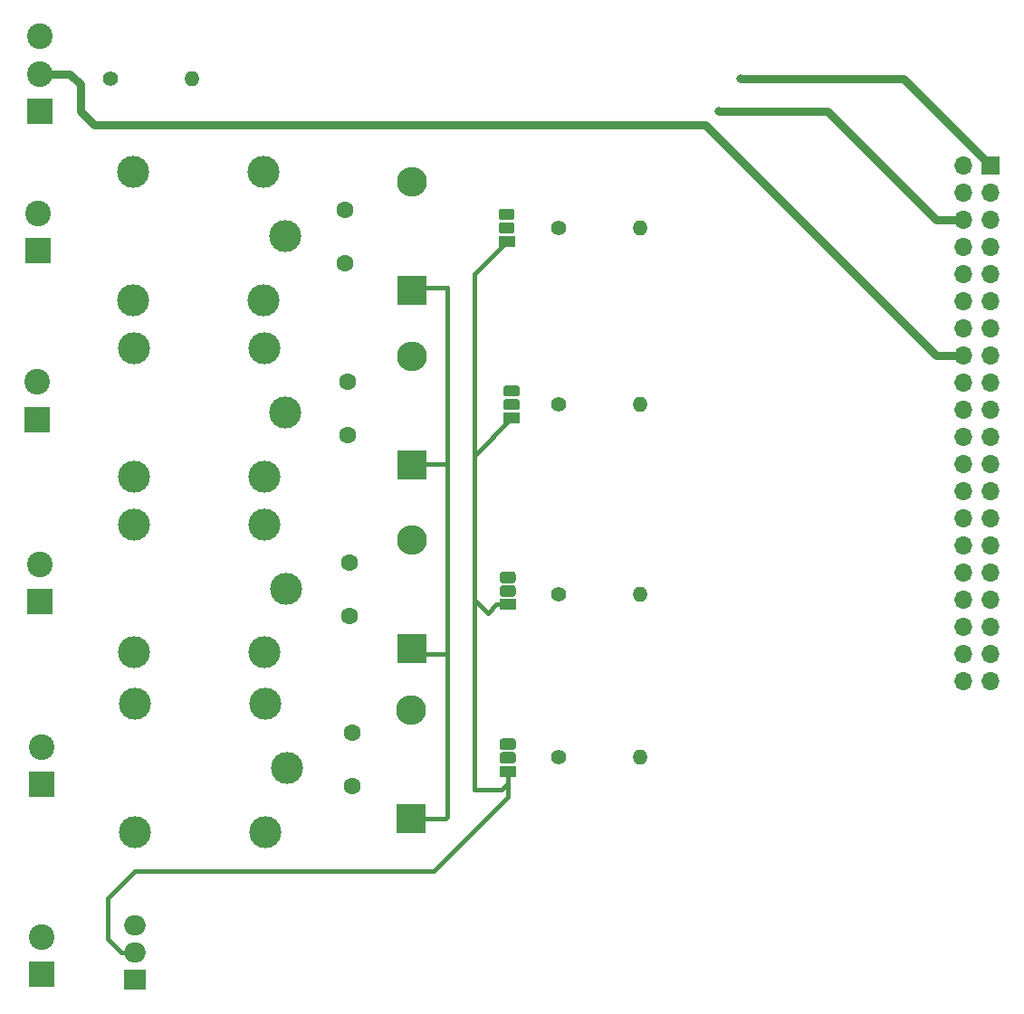
<source format=gbr>
G04 #@! TF.GenerationSoftware,KiCad,Pcbnew,(5.1.5)-3*
G04 #@! TF.CreationDate,2020-05-30T00:12:56+02:00*
G04 #@! TF.ProjectId,BOTLAND-1-INTELIGENTNY-DOM,424f544c-414e-4442-9d31-2d494e54454c,rev?*
G04 #@! TF.SameCoordinates,Original*
G04 #@! TF.FileFunction,Copper,L1,Top*
G04 #@! TF.FilePolarity,Positive*
%FSLAX46Y46*%
G04 Gerber Fmt 4.6, Leading zero omitted, Abs format (unit mm)*
G04 Created by KiCad (PCBNEW (5.1.5)-3) date 2020-05-30 00:12:56*
%MOMM*%
%LPD*%
G04 APERTURE LIST*
%ADD10C,1.400000*%
%ADD11O,1.400000X1.400000*%
%ADD12C,2.400000*%
%ADD13R,2.400000X2.400000*%
%ADD14O,2.000000X1.905000*%
%ADD15R,2.000000X1.905000*%
%ADD16O,1.700000X1.700000*%
%ADD17R,1.700000X1.700000*%
%ADD18C,0.100000*%
%ADD19R,1.500000X1.050000*%
%ADD20R,2.800000X2.800000*%
%ADD21O,2.800000X2.800000*%
%ADD22C,1.600000*%
%ADD23C,3.000000*%
%ADD24C,0.800000*%
%ADD25C,0.400000*%
%ADD26C,0.750000*%
G04 APERTURE END LIST*
D10*
X34584640Y-66822320D03*
D11*
X42204640Y-66822320D03*
D12*
X27940000Y-62850000D03*
X27940000Y-66350000D03*
D13*
X27940000Y-69850000D03*
D12*
X28102560Y-147157560D03*
D13*
X28102560Y-150657560D03*
D14*
X36830000Y-146050000D03*
X36830000Y-148590000D03*
D15*
X36830000Y-151130000D03*
D16*
X114300000Y-123190000D03*
X116840000Y-123190000D03*
X114300000Y-120650000D03*
X116840000Y-120650000D03*
X114300000Y-118110000D03*
X116840000Y-118110000D03*
X114300000Y-115570000D03*
X116840000Y-115570000D03*
X114300000Y-113030000D03*
X116840000Y-113030000D03*
X114300000Y-110490000D03*
X116840000Y-110490000D03*
X114300000Y-107950000D03*
X116840000Y-107950000D03*
X114300000Y-105410000D03*
X116840000Y-105410000D03*
X114300000Y-102870000D03*
X116840000Y-102870000D03*
X114300000Y-100330000D03*
X116840000Y-100330000D03*
X114300000Y-97790000D03*
X116840000Y-97790000D03*
X114300000Y-95250000D03*
X116840000Y-95250000D03*
X114300000Y-92710000D03*
X116840000Y-92710000D03*
X114300000Y-90170000D03*
X116840000Y-90170000D03*
X114300000Y-87630000D03*
X116840000Y-87630000D03*
X114300000Y-85090000D03*
X116840000Y-85090000D03*
X114300000Y-82550000D03*
X116840000Y-82550000D03*
X114300000Y-80010000D03*
X116840000Y-80010000D03*
X114300000Y-77470000D03*
X116840000Y-77470000D03*
X114300000Y-74930000D03*
D17*
X116840000Y-74930000D03*
D10*
X76494640Y-130322320D03*
D11*
X84114640Y-130322320D03*
D10*
X76494640Y-115082320D03*
D11*
X84114640Y-115082320D03*
D10*
X76494640Y-97302320D03*
D11*
X84114640Y-97302320D03*
X84114640Y-80792320D03*
D10*
X76494640Y-80792320D03*
G04 #@! TA.AperFunction,ComponentPad*
D18*
G36*
X72222509Y-129834144D02*
G01*
X72247991Y-129837924D01*
X72272980Y-129844183D01*
X72297234Y-129852862D01*
X72320522Y-129863876D01*
X72342617Y-129877119D01*
X72363308Y-129892465D01*
X72382396Y-129909764D01*
X72399695Y-129928852D01*
X72415041Y-129949543D01*
X72428284Y-129971638D01*
X72439298Y-129994926D01*
X72447977Y-130019180D01*
X72454236Y-130044169D01*
X72458016Y-130069651D01*
X72459280Y-130095380D01*
X72459280Y-130620380D01*
X72458016Y-130646109D01*
X72454236Y-130671591D01*
X72447977Y-130696580D01*
X72439298Y-130720834D01*
X72428284Y-130744122D01*
X72415041Y-130766217D01*
X72399695Y-130786908D01*
X72382396Y-130805996D01*
X72363308Y-130823295D01*
X72342617Y-130838641D01*
X72320522Y-130851884D01*
X72297234Y-130862898D01*
X72272980Y-130871577D01*
X72247991Y-130877836D01*
X72222509Y-130881616D01*
X72196780Y-130882880D01*
X71221780Y-130882880D01*
X71196051Y-130881616D01*
X71170569Y-130877836D01*
X71145580Y-130871577D01*
X71121326Y-130862898D01*
X71098038Y-130851884D01*
X71075943Y-130838641D01*
X71055252Y-130823295D01*
X71036164Y-130805996D01*
X71018865Y-130786908D01*
X71003519Y-130766217D01*
X70990276Y-130744122D01*
X70979262Y-130720834D01*
X70970583Y-130696580D01*
X70964324Y-130671591D01*
X70960544Y-130646109D01*
X70959280Y-130620380D01*
X70959280Y-130095380D01*
X70960544Y-130069651D01*
X70964324Y-130044169D01*
X70970583Y-130019180D01*
X70979262Y-129994926D01*
X70990276Y-129971638D01*
X71003519Y-129949543D01*
X71018865Y-129928852D01*
X71036164Y-129909764D01*
X71055252Y-129892465D01*
X71075943Y-129877119D01*
X71098038Y-129863876D01*
X71121326Y-129852862D01*
X71145580Y-129844183D01*
X71170569Y-129837924D01*
X71196051Y-129834144D01*
X71221780Y-129832880D01*
X72196780Y-129832880D01*
X72222509Y-129834144D01*
G37*
G04 #@! TD.AperFunction*
G04 #@! TA.AperFunction,ComponentPad*
G36*
X72222509Y-128564144D02*
G01*
X72247991Y-128567924D01*
X72272980Y-128574183D01*
X72297234Y-128582862D01*
X72320522Y-128593876D01*
X72342617Y-128607119D01*
X72363308Y-128622465D01*
X72382396Y-128639764D01*
X72399695Y-128658852D01*
X72415041Y-128679543D01*
X72428284Y-128701638D01*
X72439298Y-128724926D01*
X72447977Y-128749180D01*
X72454236Y-128774169D01*
X72458016Y-128799651D01*
X72459280Y-128825380D01*
X72459280Y-129350380D01*
X72458016Y-129376109D01*
X72454236Y-129401591D01*
X72447977Y-129426580D01*
X72439298Y-129450834D01*
X72428284Y-129474122D01*
X72415041Y-129496217D01*
X72399695Y-129516908D01*
X72382396Y-129535996D01*
X72363308Y-129553295D01*
X72342617Y-129568641D01*
X72320522Y-129581884D01*
X72297234Y-129592898D01*
X72272980Y-129601577D01*
X72247991Y-129607836D01*
X72222509Y-129611616D01*
X72196780Y-129612880D01*
X71221780Y-129612880D01*
X71196051Y-129611616D01*
X71170569Y-129607836D01*
X71145580Y-129601577D01*
X71121326Y-129592898D01*
X71098038Y-129581884D01*
X71075943Y-129568641D01*
X71055252Y-129553295D01*
X71036164Y-129535996D01*
X71018865Y-129516908D01*
X71003519Y-129496217D01*
X70990276Y-129474122D01*
X70979262Y-129450834D01*
X70970583Y-129426580D01*
X70964324Y-129401591D01*
X70960544Y-129376109D01*
X70959280Y-129350380D01*
X70959280Y-128825380D01*
X70960544Y-128799651D01*
X70964324Y-128774169D01*
X70970583Y-128749180D01*
X70979262Y-128724926D01*
X70990276Y-128701638D01*
X71003519Y-128679543D01*
X71018865Y-128658852D01*
X71036164Y-128639764D01*
X71055252Y-128622465D01*
X71075943Y-128607119D01*
X71098038Y-128593876D01*
X71121326Y-128582862D01*
X71145580Y-128574183D01*
X71170569Y-128567924D01*
X71196051Y-128564144D01*
X71221780Y-128562880D01*
X72196780Y-128562880D01*
X72222509Y-128564144D01*
G37*
G04 #@! TD.AperFunction*
D19*
X71709280Y-131627880D03*
G04 #@! TA.AperFunction,ComponentPad*
D18*
G36*
X72222509Y-114228384D02*
G01*
X72247991Y-114232164D01*
X72272980Y-114238423D01*
X72297234Y-114247102D01*
X72320522Y-114258116D01*
X72342617Y-114271359D01*
X72363308Y-114286705D01*
X72382396Y-114304004D01*
X72399695Y-114323092D01*
X72415041Y-114343783D01*
X72428284Y-114365878D01*
X72439298Y-114389166D01*
X72447977Y-114413420D01*
X72454236Y-114438409D01*
X72458016Y-114463891D01*
X72459280Y-114489620D01*
X72459280Y-115014620D01*
X72458016Y-115040349D01*
X72454236Y-115065831D01*
X72447977Y-115090820D01*
X72439298Y-115115074D01*
X72428284Y-115138362D01*
X72415041Y-115160457D01*
X72399695Y-115181148D01*
X72382396Y-115200236D01*
X72363308Y-115217535D01*
X72342617Y-115232881D01*
X72320522Y-115246124D01*
X72297234Y-115257138D01*
X72272980Y-115265817D01*
X72247991Y-115272076D01*
X72222509Y-115275856D01*
X72196780Y-115277120D01*
X71221780Y-115277120D01*
X71196051Y-115275856D01*
X71170569Y-115272076D01*
X71145580Y-115265817D01*
X71121326Y-115257138D01*
X71098038Y-115246124D01*
X71075943Y-115232881D01*
X71055252Y-115217535D01*
X71036164Y-115200236D01*
X71018865Y-115181148D01*
X71003519Y-115160457D01*
X70990276Y-115138362D01*
X70979262Y-115115074D01*
X70970583Y-115090820D01*
X70964324Y-115065831D01*
X70960544Y-115040349D01*
X70959280Y-115014620D01*
X70959280Y-114489620D01*
X70960544Y-114463891D01*
X70964324Y-114438409D01*
X70970583Y-114413420D01*
X70979262Y-114389166D01*
X70990276Y-114365878D01*
X71003519Y-114343783D01*
X71018865Y-114323092D01*
X71036164Y-114304004D01*
X71055252Y-114286705D01*
X71075943Y-114271359D01*
X71098038Y-114258116D01*
X71121326Y-114247102D01*
X71145580Y-114238423D01*
X71170569Y-114232164D01*
X71196051Y-114228384D01*
X71221780Y-114227120D01*
X72196780Y-114227120D01*
X72222509Y-114228384D01*
G37*
G04 #@! TD.AperFunction*
G04 #@! TA.AperFunction,ComponentPad*
G36*
X72222509Y-112958384D02*
G01*
X72247991Y-112962164D01*
X72272980Y-112968423D01*
X72297234Y-112977102D01*
X72320522Y-112988116D01*
X72342617Y-113001359D01*
X72363308Y-113016705D01*
X72382396Y-113034004D01*
X72399695Y-113053092D01*
X72415041Y-113073783D01*
X72428284Y-113095878D01*
X72439298Y-113119166D01*
X72447977Y-113143420D01*
X72454236Y-113168409D01*
X72458016Y-113193891D01*
X72459280Y-113219620D01*
X72459280Y-113744620D01*
X72458016Y-113770349D01*
X72454236Y-113795831D01*
X72447977Y-113820820D01*
X72439298Y-113845074D01*
X72428284Y-113868362D01*
X72415041Y-113890457D01*
X72399695Y-113911148D01*
X72382396Y-113930236D01*
X72363308Y-113947535D01*
X72342617Y-113962881D01*
X72320522Y-113976124D01*
X72297234Y-113987138D01*
X72272980Y-113995817D01*
X72247991Y-114002076D01*
X72222509Y-114005856D01*
X72196780Y-114007120D01*
X71221780Y-114007120D01*
X71196051Y-114005856D01*
X71170569Y-114002076D01*
X71145580Y-113995817D01*
X71121326Y-113987138D01*
X71098038Y-113976124D01*
X71075943Y-113962881D01*
X71055252Y-113947535D01*
X71036164Y-113930236D01*
X71018865Y-113911148D01*
X71003519Y-113890457D01*
X70990276Y-113868362D01*
X70979262Y-113845074D01*
X70970583Y-113820820D01*
X70964324Y-113795831D01*
X70960544Y-113770349D01*
X70959280Y-113744620D01*
X70959280Y-113219620D01*
X70960544Y-113193891D01*
X70964324Y-113168409D01*
X70970583Y-113143420D01*
X70979262Y-113119166D01*
X70990276Y-113095878D01*
X71003519Y-113073783D01*
X71018865Y-113053092D01*
X71036164Y-113034004D01*
X71055252Y-113016705D01*
X71075943Y-113001359D01*
X71098038Y-112988116D01*
X71121326Y-112977102D01*
X71145580Y-112968423D01*
X71170569Y-112962164D01*
X71196051Y-112958384D01*
X71221780Y-112957120D01*
X72196780Y-112957120D01*
X72222509Y-112958384D01*
G37*
G04 #@! TD.AperFunction*
D19*
X71709280Y-116022120D03*
G04 #@! TA.AperFunction,ComponentPad*
D18*
G36*
X72588269Y-96778584D02*
G01*
X72613751Y-96782364D01*
X72638740Y-96788623D01*
X72662994Y-96797302D01*
X72686282Y-96808316D01*
X72708377Y-96821559D01*
X72729068Y-96836905D01*
X72748156Y-96854204D01*
X72765455Y-96873292D01*
X72780801Y-96893983D01*
X72794044Y-96916078D01*
X72805058Y-96939366D01*
X72813737Y-96963620D01*
X72819996Y-96988609D01*
X72823776Y-97014091D01*
X72825040Y-97039820D01*
X72825040Y-97564820D01*
X72823776Y-97590549D01*
X72819996Y-97616031D01*
X72813737Y-97641020D01*
X72805058Y-97665274D01*
X72794044Y-97688562D01*
X72780801Y-97710657D01*
X72765455Y-97731348D01*
X72748156Y-97750436D01*
X72729068Y-97767735D01*
X72708377Y-97783081D01*
X72686282Y-97796324D01*
X72662994Y-97807338D01*
X72638740Y-97816017D01*
X72613751Y-97822276D01*
X72588269Y-97826056D01*
X72562540Y-97827320D01*
X71587540Y-97827320D01*
X71561811Y-97826056D01*
X71536329Y-97822276D01*
X71511340Y-97816017D01*
X71487086Y-97807338D01*
X71463798Y-97796324D01*
X71441703Y-97783081D01*
X71421012Y-97767735D01*
X71401924Y-97750436D01*
X71384625Y-97731348D01*
X71369279Y-97710657D01*
X71356036Y-97688562D01*
X71345022Y-97665274D01*
X71336343Y-97641020D01*
X71330084Y-97616031D01*
X71326304Y-97590549D01*
X71325040Y-97564820D01*
X71325040Y-97039820D01*
X71326304Y-97014091D01*
X71330084Y-96988609D01*
X71336343Y-96963620D01*
X71345022Y-96939366D01*
X71356036Y-96916078D01*
X71369279Y-96893983D01*
X71384625Y-96873292D01*
X71401924Y-96854204D01*
X71421012Y-96836905D01*
X71441703Y-96821559D01*
X71463798Y-96808316D01*
X71487086Y-96797302D01*
X71511340Y-96788623D01*
X71536329Y-96782364D01*
X71561811Y-96778584D01*
X71587540Y-96777320D01*
X72562540Y-96777320D01*
X72588269Y-96778584D01*
G37*
G04 #@! TD.AperFunction*
G04 #@! TA.AperFunction,ComponentPad*
G36*
X72588269Y-95508584D02*
G01*
X72613751Y-95512364D01*
X72638740Y-95518623D01*
X72662994Y-95527302D01*
X72686282Y-95538316D01*
X72708377Y-95551559D01*
X72729068Y-95566905D01*
X72748156Y-95584204D01*
X72765455Y-95603292D01*
X72780801Y-95623983D01*
X72794044Y-95646078D01*
X72805058Y-95669366D01*
X72813737Y-95693620D01*
X72819996Y-95718609D01*
X72823776Y-95744091D01*
X72825040Y-95769820D01*
X72825040Y-96294820D01*
X72823776Y-96320549D01*
X72819996Y-96346031D01*
X72813737Y-96371020D01*
X72805058Y-96395274D01*
X72794044Y-96418562D01*
X72780801Y-96440657D01*
X72765455Y-96461348D01*
X72748156Y-96480436D01*
X72729068Y-96497735D01*
X72708377Y-96513081D01*
X72686282Y-96526324D01*
X72662994Y-96537338D01*
X72638740Y-96546017D01*
X72613751Y-96552276D01*
X72588269Y-96556056D01*
X72562540Y-96557320D01*
X71587540Y-96557320D01*
X71561811Y-96556056D01*
X71536329Y-96552276D01*
X71511340Y-96546017D01*
X71487086Y-96537338D01*
X71463798Y-96526324D01*
X71441703Y-96513081D01*
X71421012Y-96497735D01*
X71401924Y-96480436D01*
X71384625Y-96461348D01*
X71369279Y-96440657D01*
X71356036Y-96418562D01*
X71345022Y-96395274D01*
X71336343Y-96371020D01*
X71330084Y-96346031D01*
X71326304Y-96320549D01*
X71325040Y-96294820D01*
X71325040Y-95769820D01*
X71326304Y-95744091D01*
X71330084Y-95718609D01*
X71336343Y-95693620D01*
X71345022Y-95669366D01*
X71356036Y-95646078D01*
X71369279Y-95623983D01*
X71384625Y-95603292D01*
X71401924Y-95584204D01*
X71421012Y-95566905D01*
X71441703Y-95551559D01*
X71463798Y-95538316D01*
X71487086Y-95527302D01*
X71511340Y-95518623D01*
X71536329Y-95512364D01*
X71561811Y-95508584D01*
X71587540Y-95507320D01*
X72562540Y-95507320D01*
X72588269Y-95508584D01*
G37*
G04 #@! TD.AperFunction*
D19*
X72075040Y-98572320D03*
X71602600Y-82036920D03*
G04 #@! TA.AperFunction,ComponentPad*
D18*
G36*
X72115829Y-78973184D02*
G01*
X72141311Y-78976964D01*
X72166300Y-78983223D01*
X72190554Y-78991902D01*
X72213842Y-79002916D01*
X72235937Y-79016159D01*
X72256628Y-79031505D01*
X72275716Y-79048804D01*
X72293015Y-79067892D01*
X72308361Y-79088583D01*
X72321604Y-79110678D01*
X72332618Y-79133966D01*
X72341297Y-79158220D01*
X72347556Y-79183209D01*
X72351336Y-79208691D01*
X72352600Y-79234420D01*
X72352600Y-79759420D01*
X72351336Y-79785149D01*
X72347556Y-79810631D01*
X72341297Y-79835620D01*
X72332618Y-79859874D01*
X72321604Y-79883162D01*
X72308361Y-79905257D01*
X72293015Y-79925948D01*
X72275716Y-79945036D01*
X72256628Y-79962335D01*
X72235937Y-79977681D01*
X72213842Y-79990924D01*
X72190554Y-80001938D01*
X72166300Y-80010617D01*
X72141311Y-80016876D01*
X72115829Y-80020656D01*
X72090100Y-80021920D01*
X71115100Y-80021920D01*
X71089371Y-80020656D01*
X71063889Y-80016876D01*
X71038900Y-80010617D01*
X71014646Y-80001938D01*
X70991358Y-79990924D01*
X70969263Y-79977681D01*
X70948572Y-79962335D01*
X70929484Y-79945036D01*
X70912185Y-79925948D01*
X70896839Y-79905257D01*
X70883596Y-79883162D01*
X70872582Y-79859874D01*
X70863903Y-79835620D01*
X70857644Y-79810631D01*
X70853864Y-79785149D01*
X70852600Y-79759420D01*
X70852600Y-79234420D01*
X70853864Y-79208691D01*
X70857644Y-79183209D01*
X70863903Y-79158220D01*
X70872582Y-79133966D01*
X70883596Y-79110678D01*
X70896839Y-79088583D01*
X70912185Y-79067892D01*
X70929484Y-79048804D01*
X70948572Y-79031505D01*
X70969263Y-79016159D01*
X70991358Y-79002916D01*
X71014646Y-78991902D01*
X71038900Y-78983223D01*
X71063889Y-78976964D01*
X71089371Y-78973184D01*
X71115100Y-78971920D01*
X72090100Y-78971920D01*
X72115829Y-78973184D01*
G37*
G04 #@! TD.AperFunction*
G04 #@! TA.AperFunction,ComponentPad*
G36*
X72115829Y-80243184D02*
G01*
X72141311Y-80246964D01*
X72166300Y-80253223D01*
X72190554Y-80261902D01*
X72213842Y-80272916D01*
X72235937Y-80286159D01*
X72256628Y-80301505D01*
X72275716Y-80318804D01*
X72293015Y-80337892D01*
X72308361Y-80358583D01*
X72321604Y-80380678D01*
X72332618Y-80403966D01*
X72341297Y-80428220D01*
X72347556Y-80453209D01*
X72351336Y-80478691D01*
X72352600Y-80504420D01*
X72352600Y-81029420D01*
X72351336Y-81055149D01*
X72347556Y-81080631D01*
X72341297Y-81105620D01*
X72332618Y-81129874D01*
X72321604Y-81153162D01*
X72308361Y-81175257D01*
X72293015Y-81195948D01*
X72275716Y-81215036D01*
X72256628Y-81232335D01*
X72235937Y-81247681D01*
X72213842Y-81260924D01*
X72190554Y-81271938D01*
X72166300Y-81280617D01*
X72141311Y-81286876D01*
X72115829Y-81290656D01*
X72090100Y-81291920D01*
X71115100Y-81291920D01*
X71089371Y-81290656D01*
X71063889Y-81286876D01*
X71038900Y-81280617D01*
X71014646Y-81271938D01*
X70991358Y-81260924D01*
X70969263Y-81247681D01*
X70948572Y-81232335D01*
X70929484Y-81215036D01*
X70912185Y-81195948D01*
X70896839Y-81175257D01*
X70883596Y-81153162D01*
X70872582Y-81129874D01*
X70863903Y-81105620D01*
X70857644Y-81080631D01*
X70853864Y-81055149D01*
X70852600Y-81029420D01*
X70852600Y-80504420D01*
X70853864Y-80478691D01*
X70857644Y-80453209D01*
X70863903Y-80428220D01*
X70872582Y-80403966D01*
X70883596Y-80380678D01*
X70896839Y-80358583D01*
X70912185Y-80337892D01*
X70929484Y-80318804D01*
X70948572Y-80301505D01*
X70969263Y-80286159D01*
X70991358Y-80272916D01*
X71014646Y-80261902D01*
X71038900Y-80253223D01*
X71063889Y-80246964D01*
X71089371Y-80243184D01*
X71115100Y-80241920D01*
X72090100Y-80241920D01*
X72115829Y-80243184D01*
G37*
G04 #@! TD.AperFunction*
D13*
X28102560Y-132877560D03*
D12*
X28102560Y-129377560D03*
D13*
X27929840Y-115768120D03*
D12*
X27929840Y-112268120D03*
D13*
X27711400Y-98699320D03*
D12*
X27711400Y-95199320D03*
X27752040Y-79405600D03*
D13*
X27752040Y-82905600D03*
D20*
X62677040Y-136067800D03*
D21*
X62677040Y-125907800D03*
D20*
X62712600Y-120147080D03*
D21*
X62712600Y-109987080D03*
D20*
X62783720Y-102910640D03*
D21*
X62783720Y-92750640D03*
X62722760Y-76413360D03*
D20*
X62722760Y-86573360D03*
D22*
X57139840Y-132974080D03*
X57139840Y-127974080D03*
X56890920Y-117109240D03*
X56890920Y-112109240D03*
X56733440Y-100136960D03*
X56733440Y-95136960D03*
X56464200Y-79079080D03*
X56464200Y-84079080D03*
D23*
X49059080Y-125307840D03*
X36859080Y-125307840D03*
X36859080Y-137307840D03*
X49059080Y-137307840D03*
X51059080Y-131307840D03*
X48972720Y-108518440D03*
X36772720Y-108518440D03*
X36772720Y-120518440D03*
X48972720Y-120518440D03*
X50972720Y-114518440D03*
X48927000Y-92018600D03*
X36727000Y-92018600D03*
X36727000Y-104018600D03*
X48927000Y-104018600D03*
X50927000Y-98018600D03*
X50881280Y-81518760D03*
X48881280Y-87518760D03*
X36681280Y-87518760D03*
X36681280Y-75518760D03*
X48881280Y-75518760D03*
D24*
X93492320Y-66822320D03*
X91440000Y-69850000D03*
D25*
X71709280Y-131627880D02*
X71709280Y-132760720D01*
X71709280Y-132760720D02*
X71120000Y-133350000D01*
X71120000Y-133350000D02*
X68580000Y-133350000D01*
X68580000Y-133350000D02*
X68580000Y-115570000D01*
X68580000Y-115570000D02*
X69850000Y-116840000D01*
X70667880Y-116022120D02*
X71709280Y-116022120D01*
X69850000Y-116840000D02*
X70667880Y-116022120D01*
X68580000Y-102067360D02*
X72075040Y-98572320D01*
X68580000Y-115570000D02*
X68580000Y-102067360D01*
X68580000Y-85059520D02*
X71602600Y-82036920D01*
X68580000Y-102067360D02*
X68580000Y-85059520D01*
D26*
X108732320Y-66822320D02*
X116840000Y-74930000D01*
X93492320Y-66822320D02*
X108732320Y-66822320D01*
X91440000Y-69850000D02*
X101600000Y-69850000D01*
X111760000Y-80010000D02*
X114300000Y-80010000D01*
X101600000Y-69850000D02*
X111760000Y-80010000D01*
X114300000Y-92710000D02*
X111760000Y-92710000D01*
X111760000Y-92710000D02*
X90170000Y-71120000D01*
X90170000Y-71120000D02*
X33020000Y-71120000D01*
X33020000Y-71120000D02*
X31750000Y-69850000D01*
X31750000Y-69850000D02*
X31750000Y-67310000D01*
X30790000Y-66350000D02*
X27940000Y-66350000D01*
X31750000Y-67310000D02*
X30790000Y-66350000D01*
D25*
X71709280Y-131627880D02*
X71709280Y-134030720D01*
X71709280Y-134030720D02*
X64770000Y-140970000D01*
X64770000Y-140970000D02*
X36830000Y-140970000D01*
X36830000Y-140970000D02*
X34290000Y-143510000D01*
X34290000Y-143510000D02*
X34290000Y-147320000D01*
X35560000Y-148590000D02*
X36830000Y-148590000D01*
X34290000Y-147320000D02*
X35560000Y-148590000D01*
X62677040Y-136067800D02*
X65862200Y-136067800D01*
X65862200Y-136067800D02*
X66040000Y-135890000D01*
X66040000Y-135890000D02*
X66040000Y-120650000D01*
X63215520Y-120650000D02*
X62712600Y-120147080D01*
X66040000Y-120650000D02*
X63215520Y-120650000D01*
X66040000Y-120650000D02*
X66040000Y-102870000D01*
X62824360Y-102870000D02*
X62783720Y-102910640D01*
X66040000Y-102870000D02*
X62824360Y-102870000D01*
X66040000Y-102870000D02*
X66040000Y-86360000D01*
X62936120Y-86360000D02*
X62722760Y-86573360D01*
X66040000Y-86360000D02*
X62936120Y-86360000D01*
M02*

</source>
